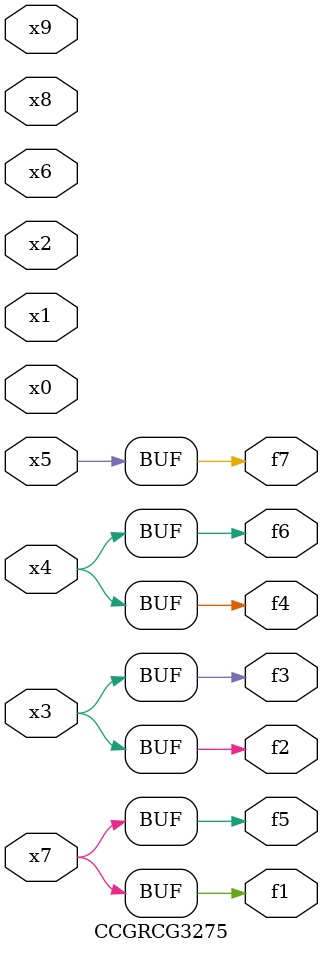
<source format=v>
module CCGRCG3275(
	input x0, x1, x2, x3, x4, x5, x6, x7, x8, x9,
	output f1, f2, f3, f4, f5, f6, f7
);
	assign f1 = x7;
	assign f2 = x3;
	assign f3 = x3;
	assign f4 = x4;
	assign f5 = x7;
	assign f6 = x4;
	assign f7 = x5;
endmodule

</source>
